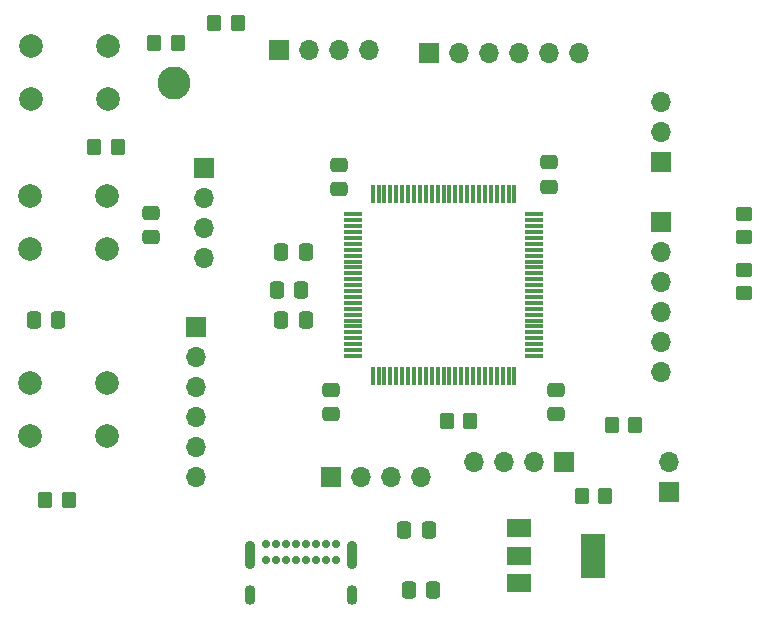
<source format=gbr>
%TF.GenerationSoftware,KiCad,Pcbnew,(6.0.5)*%
%TF.CreationDate,2024-04-02T18:11:07-05:00*%
%TF.ProjectId,final_project,66696e61-6c5f-4707-926f-6a6563742e6b,rev?*%
%TF.SameCoordinates,Original*%
%TF.FileFunction,Soldermask,Top*%
%TF.FilePolarity,Negative*%
%FSLAX46Y46*%
G04 Gerber Fmt 4.6, Leading zero omitted, Abs format (unit mm)*
G04 Created by KiCad (PCBNEW (6.0.5)) date 2024-04-02 18:11:07*
%MOMM*%
%LPD*%
G01*
G04 APERTURE LIST*
G04 Aperture macros list*
%AMRoundRect*
0 Rectangle with rounded corners*
0 $1 Rounding radius*
0 $2 $3 $4 $5 $6 $7 $8 $9 X,Y pos of 4 corners*
0 Add a 4 corners polygon primitive as box body*
4,1,4,$2,$3,$4,$5,$6,$7,$8,$9,$2,$3,0*
0 Add four circle primitives for the rounded corners*
1,1,$1+$1,$2,$3*
1,1,$1+$1,$4,$5*
1,1,$1+$1,$6,$7*
1,1,$1+$1,$8,$9*
0 Add four rect primitives between the rounded corners*
20,1,$1+$1,$2,$3,$4,$5,0*
20,1,$1+$1,$4,$5,$6,$7,0*
20,1,$1+$1,$6,$7,$8,$9,0*
20,1,$1+$1,$8,$9,$2,$3,0*%
G04 Aperture macros list end*
%ADD10R,1.700000X1.700000*%
%ADD11O,1.700000X1.700000*%
%ADD12RoundRect,0.250000X-0.337500X-0.475000X0.337500X-0.475000X0.337500X0.475000X-0.337500X0.475000X0*%
%ADD13RoundRect,0.250000X-0.350000X-0.450000X0.350000X-0.450000X0.350000X0.450000X-0.350000X0.450000X0*%
%ADD14R,2.000000X1.500000*%
%ADD15R,2.000000X3.800000*%
%ADD16RoundRect,0.250000X-0.475000X0.337500X-0.475000X-0.337500X0.475000X-0.337500X0.475000X0.337500X0*%
%ADD17C,2.000000*%
%ADD18RoundRect,0.250000X0.475000X-0.337500X0.475000X0.337500X-0.475000X0.337500X-0.475000X-0.337500X0*%
%ADD19RoundRect,0.075000X-0.725000X-0.075000X0.725000X-0.075000X0.725000X0.075000X-0.725000X0.075000X0*%
%ADD20RoundRect,0.075000X-0.075000X-0.725000X0.075000X-0.725000X0.075000X0.725000X-0.075000X0.725000X0*%
%ADD21C,2.800000*%
%ADD22RoundRect,0.250000X0.450000X-0.350000X0.450000X0.350000X-0.450000X0.350000X-0.450000X-0.350000X0*%
%ADD23RoundRect,0.250000X0.350000X0.450000X-0.350000X0.450000X-0.350000X-0.450000X0.350000X-0.450000X0*%
%ADD24C,0.700000*%
%ADD25O,0.900000X2.400000*%
%ADD26O,0.900000X1.700000*%
%ADD27RoundRect,0.250000X0.337500X0.475000X-0.337500X0.475000X-0.337500X-0.475000X0.337500X-0.475000X0*%
G04 APERTURE END LIST*
D10*
%TO.C,CAM_BOTTOM1*%
X135900000Y-110835000D03*
D11*
X138440000Y-110835000D03*
X140980000Y-110835000D03*
X143520000Y-110835000D03*
%TD*%
D12*
%TO.C,C4*%
X131275000Y-94960000D03*
X133350000Y-94960000D03*
%TD*%
D13*
%TO.C,R5*%
X145685000Y-106045000D03*
X147685000Y-106045000D03*
%TD*%
D14*
%TO.C,U1*%
X151790000Y-115175000D03*
X151790000Y-117475000D03*
D15*
X158090000Y-117475000D03*
D14*
X151790000Y-119775000D03*
%TD*%
D10*
%TO.C,PGRM1*%
X163830000Y-84165000D03*
D11*
X163830000Y-81625000D03*
X163830000Y-79085000D03*
%TD*%
D13*
%TO.C,R7*%
X120920000Y-74070000D03*
X122920000Y-74070000D03*
%TD*%
D16*
%TO.C,C7*%
X154305000Y-84165000D03*
X154305000Y-86240000D03*
%TD*%
D12*
%TO.C,C9*%
X131677500Y-97500000D03*
X133752500Y-97500000D03*
%TD*%
D17*
%TO.C,BOOT0*%
X116990000Y-74295000D03*
X110490000Y-74295000D03*
X110490000Y-78795000D03*
X116990000Y-78795000D03*
%TD*%
D18*
%TO.C,C5*%
X135890000Y-105522500D03*
X135890000Y-103447500D03*
%TD*%
D19*
%TO.C,U2*%
X137740000Y-88579000D03*
X137740000Y-89079000D03*
X137740000Y-89579000D03*
X137740000Y-90079000D03*
X137740000Y-90579000D03*
X137740000Y-91079000D03*
X137740000Y-91579000D03*
X137740000Y-92079000D03*
X137740000Y-92579000D03*
X137740000Y-93079000D03*
X137740000Y-93579000D03*
X137740000Y-94079000D03*
X137740000Y-94579000D03*
X137740000Y-95079000D03*
X137740000Y-95579000D03*
X137740000Y-96079000D03*
X137740000Y-96579000D03*
X137740000Y-97079000D03*
X137740000Y-97579000D03*
X137740000Y-98079000D03*
X137740000Y-98579000D03*
X137740000Y-99079000D03*
X137740000Y-99579000D03*
X137740000Y-100079000D03*
X137740000Y-100579000D03*
D20*
X139415000Y-102254000D03*
X139915000Y-102254000D03*
X140415000Y-102254000D03*
X140915000Y-102254000D03*
X141415000Y-102254000D03*
X141915000Y-102254000D03*
X142415000Y-102254000D03*
X142915000Y-102254000D03*
X143415000Y-102254000D03*
X143915000Y-102254000D03*
X144415000Y-102254000D03*
X144915000Y-102254000D03*
X145415000Y-102254000D03*
X145915000Y-102254000D03*
X146415000Y-102254000D03*
X146915000Y-102254000D03*
X147415000Y-102254000D03*
X147915000Y-102254000D03*
X148415000Y-102254000D03*
X148915000Y-102254000D03*
X149415000Y-102254000D03*
X149915000Y-102254000D03*
X150415000Y-102254000D03*
X150915000Y-102254000D03*
X151415000Y-102254000D03*
D19*
X153090000Y-100579000D03*
X153090000Y-100079000D03*
X153090000Y-99579000D03*
X153090000Y-99079000D03*
X153090000Y-98579000D03*
X153090000Y-98079000D03*
X153090000Y-97579000D03*
X153090000Y-97079000D03*
X153090000Y-96579000D03*
X153090000Y-96079000D03*
X153090000Y-95579000D03*
X153090000Y-95079000D03*
X153090000Y-94579000D03*
X153090000Y-94079000D03*
X153090000Y-93579000D03*
X153090000Y-93079000D03*
X153090000Y-92579000D03*
X153090000Y-92079000D03*
X153090000Y-91579000D03*
X153090000Y-91079000D03*
X153090000Y-90579000D03*
X153090000Y-90079000D03*
X153090000Y-89579000D03*
X153090000Y-89079000D03*
X153090000Y-88579000D03*
D20*
X151415000Y-86904000D03*
X150915000Y-86904000D03*
X150415000Y-86904000D03*
X149915000Y-86904000D03*
X149415000Y-86904000D03*
X148915000Y-86904000D03*
X148415000Y-86904000D03*
X147915000Y-86904000D03*
X147415000Y-86904000D03*
X146915000Y-86904000D03*
X146415000Y-86904000D03*
X145915000Y-86904000D03*
X145415000Y-86904000D03*
X144915000Y-86904000D03*
X144415000Y-86904000D03*
X143915000Y-86904000D03*
X143415000Y-86904000D03*
X142915000Y-86904000D03*
X142415000Y-86904000D03*
X141915000Y-86904000D03*
X141415000Y-86904000D03*
X140915000Y-86904000D03*
X140415000Y-86904000D03*
X139915000Y-86904000D03*
X139415000Y-86904000D03*
%TD*%
D21*
%TO.C,TP1*%
X122555000Y-77470000D03*
%TD*%
D10*
%TO.C,CAM_TOP1*%
X131455000Y-74640000D03*
D11*
X133995000Y-74640000D03*
X136535000Y-74640000D03*
X139075000Y-74640000D03*
%TD*%
D17*
%TO.C,NRST1*%
X116915000Y-86995000D03*
X110415000Y-86995000D03*
X116915000Y-91495000D03*
X110415000Y-91495000D03*
%TD*%
D16*
%TO.C,C1*%
X120650000Y-88440000D03*
X120650000Y-90515000D03*
%TD*%
D10*
%TO.C,J6*%
X164465000Y-112110000D03*
D11*
X164465000Y-109570000D03*
%TD*%
D22*
%TO.C,R8*%
X170815000Y-90535000D03*
X170815000Y-88535000D03*
%TD*%
D23*
%TO.C,R2*%
X117840000Y-82895000D03*
X115840000Y-82895000D03*
%TD*%
D10*
%TO.C,SERIAL1*%
X124460000Y-98135000D03*
D11*
X124460000Y-100675000D03*
X124460000Y-103215000D03*
X124460000Y-105755000D03*
X124460000Y-108295000D03*
X124460000Y-110835000D03*
%TD*%
D10*
%TO.C,LCD1*%
X155575000Y-109565000D03*
D11*
X153035000Y-109565000D03*
X150495000Y-109565000D03*
X147955000Y-109565000D03*
%TD*%
D13*
%TO.C,R4*%
X157115000Y-112395000D03*
X159115000Y-112395000D03*
%TD*%
%TO.C,R6*%
X126000000Y-72390000D03*
X128000000Y-72390000D03*
%TD*%
D16*
%TO.C,C8*%
X136525000Y-84397500D03*
X136525000Y-86472500D03*
%TD*%
D10*
%TO.C,CAM_LEFT1*%
X125095000Y-84683000D03*
D11*
X125095000Y-87223000D03*
X125095000Y-89763000D03*
X125095000Y-92303000D03*
%TD*%
D13*
%TO.C,R3*%
X159655000Y-106390000D03*
X161655000Y-106390000D03*
%TD*%
%TO.C,R1*%
X111665000Y-112740000D03*
X113665000Y-112740000D03*
%TD*%
D24*
%TO.C,J1*%
X130370000Y-116470000D03*
X131220000Y-116470000D03*
X132070000Y-116470000D03*
X132920000Y-116470000D03*
X133770000Y-116470000D03*
X134620000Y-116470000D03*
X135470000Y-116470000D03*
X136320000Y-116470000D03*
X136320000Y-117820000D03*
X135470000Y-117820000D03*
X134620000Y-117820000D03*
X133770000Y-117820000D03*
X132920000Y-117820000D03*
X132070000Y-117820000D03*
X131220000Y-117820000D03*
X130370000Y-117820000D03*
D25*
X129020000Y-117450000D03*
D26*
X129020000Y-120830000D03*
X137670000Y-120830000D03*
D25*
X137670000Y-117450000D03*
%TD*%
D22*
%TO.C,R9*%
X170815000Y-95285000D03*
X170815000Y-93285000D03*
%TD*%
D12*
%TO.C,C11*%
X142472500Y-120360000D03*
X144547500Y-120360000D03*
%TD*%
D10*
%TO.C,SD_SPI1*%
X144145000Y-74930000D03*
D11*
X146685000Y-74930000D03*
X149225000Y-74930000D03*
X151765000Y-74930000D03*
X154305000Y-74930000D03*
X156845000Y-74930000D03*
%TD*%
D12*
%TO.C,C3*%
X131677500Y-91785000D03*
X133752500Y-91785000D03*
%TD*%
D27*
%TO.C,C10*%
X144145000Y-115280000D03*
X142070000Y-115280000D03*
%TD*%
D18*
%TO.C,C6*%
X154940000Y-105522500D03*
X154940000Y-103447500D03*
%TD*%
D17*
%TO.C,Capture_Pic1*%
X110415000Y-102870000D03*
X116915000Y-102870000D03*
X110415000Y-107370000D03*
X116915000Y-107370000D03*
%TD*%
D12*
%TO.C,C2*%
X110722500Y-97500000D03*
X112797500Y-97500000D03*
%TD*%
D10*
%TO.C,CAM_RIGHT1*%
X163830000Y-89245000D03*
D11*
X163830000Y-91785000D03*
X163830000Y-94325000D03*
X163830000Y-96865000D03*
X163830000Y-99405000D03*
X163830000Y-101945000D03*
%TD*%
M02*

</source>
